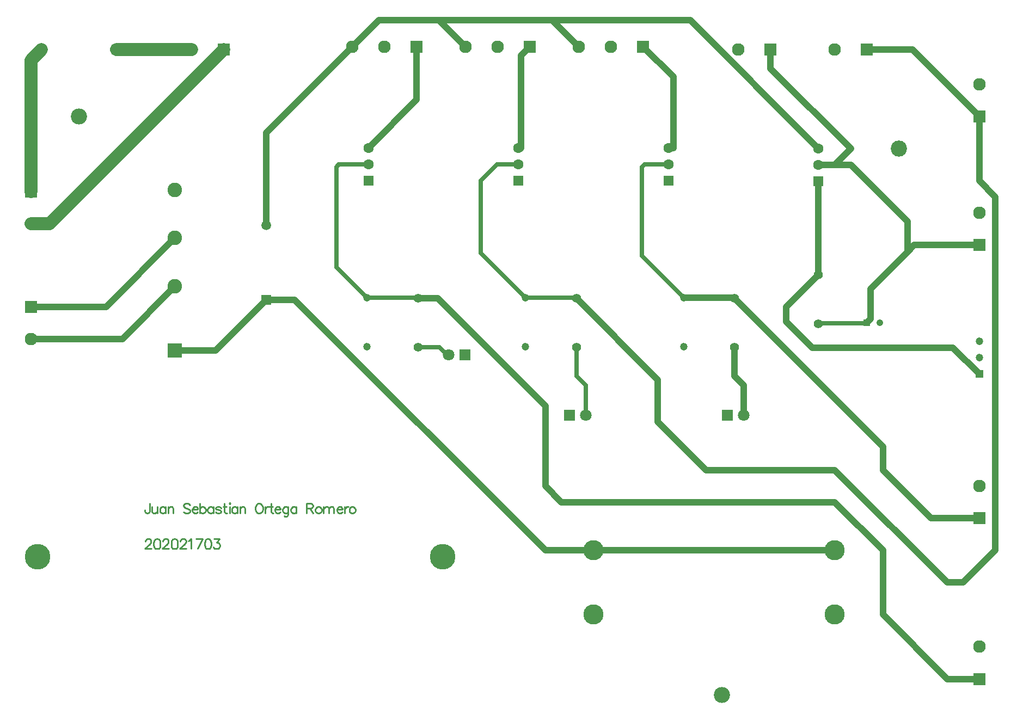
<source format=gtl>
G04*
G04 #@! TF.GenerationSoftware,Altium Limited,Altium Designer,22.8.2 (66)*
G04*
G04 Layer_Physical_Order=1*
G04 Layer_Color=255*
%FSLAX23Y23*%
%MOIN*%
G70*
G04*
G04 #@! TF.SameCoordinates,8AE226B6-A41B-4233-8507-6C7F5843907F*
G04*
G04*
G04 #@! TF.FilePolarity,Positive*
G04*
G01*
G75*
%ADD13C,0.028*%
%ADD14C,0.010*%
%ADD36C,0.039*%
%ADD37C,0.079*%
%ADD38C,0.157*%
%ADD39C,0.123*%
%ADD40O,0.099X0.097*%
%ADD41O,0.099X0.099*%
%ADD42C,0.055*%
%ADD43C,0.063*%
%ADD44R,0.063X0.063*%
%ADD45C,0.071*%
%ADD46R,0.071X0.071*%
%ADD47C,0.047*%
%ADD48R,0.077X0.077*%
%ADD49C,0.077*%
%ADD50R,0.077X0.077*%
%ADD51C,0.059*%
%ADD52R,0.059X0.059*%
%ADD53C,0.089*%
%ADD54R,0.089X0.089*%
%ADD55R,0.059X0.059*%
%ADD56R,0.047X0.047*%
%ADD57R,0.041X0.041*%
%ADD58C,0.041*%
D13*
X4052Y3643D02*
X4199D01*
X4035Y3085D02*
Y3627D01*
X4052Y3643D01*
X3051Y3543D02*
X3151Y3643D01*
X3051Y3099D02*
X3322Y2828D01*
X3151Y3643D02*
X3281D01*
X3051Y3099D02*
Y3543D01*
X2165Y3627D02*
X2181Y3643D01*
X2362D01*
X2165Y3015D02*
Y3627D01*
X5118Y2668D02*
X5120Y2671D01*
X4035Y3085D02*
X4292Y2828D01*
X5120Y2671D02*
X5411D01*
X5413Y2673D01*
X3635Y2347D02*
Y2523D01*
Y2347D02*
X3692Y2289D01*
Y2108D02*
Y2289D01*
X3325Y2826D02*
X3632D01*
X3322Y2828D02*
X3325Y2826D01*
X3632D02*
X3635Y2823D01*
X2795Y2523D02*
X2842Y2476D01*
X2667Y2523D02*
X2795D01*
X2842Y2476D02*
X2854D01*
X2355Y2826D02*
X2665D01*
X2352Y2828D02*
X2355Y2826D01*
X2665D02*
X2667Y2823D01*
X2165Y3015D02*
X2352Y2828D01*
X820Y4346D02*
X838Y4364D01*
X341Y4351D02*
X343Y4349D01*
D14*
X997Y1335D02*
Y1338D01*
X1000Y1344D01*
X1003Y1347D01*
X1009Y1350D01*
X1020D01*
X1026Y1347D01*
X1029Y1344D01*
X1031Y1338D01*
Y1332D01*
X1029Y1327D01*
X1023Y1318D01*
X994Y1290D01*
X1034D01*
X1065Y1350D02*
X1056Y1347D01*
X1051Y1338D01*
X1048Y1324D01*
Y1315D01*
X1051Y1301D01*
X1056Y1292D01*
X1065Y1290D01*
X1071D01*
X1079Y1292D01*
X1085Y1301D01*
X1088Y1315D01*
Y1324D01*
X1085Y1338D01*
X1079Y1347D01*
X1071Y1350D01*
X1065D01*
X1104Y1335D02*
Y1338D01*
X1107Y1344D01*
X1110Y1347D01*
X1115Y1350D01*
X1127D01*
X1133Y1347D01*
X1135Y1344D01*
X1138Y1338D01*
Y1332D01*
X1135Y1327D01*
X1130Y1318D01*
X1101Y1290D01*
X1141D01*
X1172Y1350D02*
X1163Y1347D01*
X1157Y1338D01*
X1155Y1324D01*
Y1315D01*
X1157Y1301D01*
X1163Y1292D01*
X1172Y1290D01*
X1177D01*
X1186Y1292D01*
X1192Y1301D01*
X1194Y1315D01*
Y1324D01*
X1192Y1338D01*
X1186Y1347D01*
X1177Y1350D01*
X1172D01*
X1211Y1335D02*
Y1338D01*
X1214Y1344D01*
X1216Y1347D01*
X1222Y1350D01*
X1234D01*
X1239Y1347D01*
X1242Y1344D01*
X1245Y1338D01*
Y1332D01*
X1242Y1327D01*
X1236Y1318D01*
X1208Y1290D01*
X1248D01*
X1261Y1338D02*
X1267Y1341D01*
X1276Y1350D01*
Y1290D01*
X1345Y1350D02*
X1317Y1290D01*
X1305Y1350D02*
X1345D01*
X1376D02*
X1367Y1347D01*
X1362Y1338D01*
X1359Y1324D01*
Y1315D01*
X1362Y1301D01*
X1367Y1292D01*
X1376Y1290D01*
X1382D01*
X1390Y1292D01*
X1396Y1301D01*
X1399Y1315D01*
Y1324D01*
X1396Y1338D01*
X1390Y1347D01*
X1382Y1350D01*
X1376D01*
X1418D02*
X1449D01*
X1432Y1327D01*
X1441D01*
X1446Y1324D01*
X1449Y1321D01*
X1452Y1312D01*
Y1307D01*
X1449Y1298D01*
X1444Y1292D01*
X1435Y1290D01*
X1426D01*
X1418Y1292D01*
X1415Y1295D01*
X1412Y1301D01*
X1023Y1566D02*
Y1521D01*
X1020Y1512D01*
X1017Y1509D01*
X1011Y1506D01*
X1006D01*
X1000Y1509D01*
X997Y1512D01*
X994Y1521D01*
Y1526D01*
X1038Y1546D02*
Y1518D01*
X1041Y1509D01*
X1047Y1506D01*
X1055D01*
X1061Y1509D01*
X1070Y1518D01*
Y1546D02*
Y1506D01*
X1120Y1546D02*
Y1506D01*
Y1538D02*
X1114Y1544D01*
X1108Y1546D01*
X1100D01*
X1094Y1544D01*
X1088Y1538D01*
X1085Y1529D01*
Y1524D01*
X1088Y1515D01*
X1094Y1509D01*
X1100Y1506D01*
X1108D01*
X1114Y1509D01*
X1120Y1515D01*
X1136Y1546D02*
Y1506D01*
Y1535D02*
X1144Y1544D01*
X1150Y1546D01*
X1159D01*
X1164Y1544D01*
X1167Y1535D01*
Y1506D01*
X1270Y1558D02*
X1264Y1564D01*
X1256Y1566D01*
X1244D01*
X1236Y1564D01*
X1230Y1558D01*
Y1552D01*
X1233Y1546D01*
X1236Y1544D01*
X1241Y1541D01*
X1258Y1535D01*
X1264Y1532D01*
X1267Y1529D01*
X1270Y1524D01*
Y1515D01*
X1264Y1509D01*
X1256Y1506D01*
X1244D01*
X1236Y1509D01*
X1230Y1515D01*
X1283Y1529D02*
X1318D01*
Y1535D01*
X1315Y1541D01*
X1312Y1544D01*
X1306Y1546D01*
X1298D01*
X1292Y1544D01*
X1286Y1538D01*
X1283Y1529D01*
Y1524D01*
X1286Y1515D01*
X1292Y1509D01*
X1298Y1506D01*
X1306D01*
X1312Y1509D01*
X1318Y1515D01*
X1330Y1566D02*
Y1506D01*
Y1538D02*
X1336Y1544D01*
X1342Y1546D01*
X1350D01*
X1356Y1544D01*
X1362Y1538D01*
X1365Y1529D01*
Y1524D01*
X1362Y1515D01*
X1356Y1509D01*
X1350Y1506D01*
X1342D01*
X1336Y1509D01*
X1330Y1515D01*
X1412Y1546D02*
Y1506D01*
Y1538D02*
X1406Y1544D01*
X1400Y1546D01*
X1392D01*
X1386Y1544D01*
X1380Y1538D01*
X1378Y1529D01*
Y1524D01*
X1380Y1515D01*
X1386Y1509D01*
X1392Y1506D01*
X1400D01*
X1406Y1509D01*
X1412Y1515D01*
X1459Y1538D02*
X1456Y1544D01*
X1448Y1546D01*
X1439D01*
X1431Y1544D01*
X1428Y1538D01*
X1431Y1532D01*
X1436Y1529D01*
X1451Y1526D01*
X1456Y1524D01*
X1459Y1518D01*
Y1515D01*
X1456Y1509D01*
X1448Y1506D01*
X1439D01*
X1431Y1509D01*
X1428Y1515D01*
X1480Y1566D02*
Y1518D01*
X1483Y1509D01*
X1489Y1506D01*
X1495D01*
X1472Y1546D02*
X1492D01*
X1509Y1566D02*
X1512Y1564D01*
X1515Y1566D01*
X1512Y1569D01*
X1509Y1566D01*
X1512Y1546D02*
Y1506D01*
X1560Y1546D02*
Y1506D01*
Y1538D02*
X1554Y1544D01*
X1548Y1546D01*
X1540D01*
X1534Y1544D01*
X1528Y1538D01*
X1525Y1529D01*
Y1524D01*
X1528Y1515D01*
X1534Y1509D01*
X1540Y1506D01*
X1548D01*
X1554Y1509D01*
X1560Y1515D01*
X1576Y1546D02*
Y1506D01*
Y1535D02*
X1584Y1544D01*
X1590Y1546D01*
X1598D01*
X1604Y1544D01*
X1607Y1535D01*
Y1506D01*
X1687Y1566D02*
X1681Y1564D01*
X1676Y1558D01*
X1673Y1552D01*
X1670Y1544D01*
Y1529D01*
X1673Y1521D01*
X1676Y1515D01*
X1681Y1509D01*
X1687Y1506D01*
X1698D01*
X1704Y1509D01*
X1710Y1515D01*
X1713Y1521D01*
X1716Y1529D01*
Y1544D01*
X1713Y1552D01*
X1710Y1558D01*
X1704Y1564D01*
X1698Y1566D01*
X1687D01*
X1730Y1546D02*
Y1506D01*
Y1529D02*
X1732Y1538D01*
X1738Y1544D01*
X1744Y1546D01*
X1752D01*
X1766Y1566D02*
Y1518D01*
X1769Y1509D01*
X1775Y1506D01*
X1781D01*
X1758Y1546D02*
X1778D01*
X1789Y1529D02*
X1824D01*
Y1535D01*
X1821Y1541D01*
X1818Y1544D01*
X1812Y1546D01*
X1804D01*
X1798Y1544D01*
X1792Y1538D01*
X1789Y1529D01*
Y1524D01*
X1792Y1515D01*
X1798Y1509D01*
X1804Y1506D01*
X1812D01*
X1818Y1509D01*
X1824Y1515D01*
X1871Y1546D02*
Y1501D01*
X1868Y1492D01*
X1865Y1489D01*
X1859Y1486D01*
X1851D01*
X1845Y1489D01*
X1871Y1538D02*
X1865Y1544D01*
X1859Y1546D01*
X1851D01*
X1845Y1544D01*
X1839Y1538D01*
X1836Y1529D01*
Y1524D01*
X1839Y1515D01*
X1845Y1509D01*
X1851Y1506D01*
X1859D01*
X1865Y1509D01*
X1871Y1515D01*
X1921Y1546D02*
Y1506D01*
Y1538D02*
X1915Y1544D01*
X1909Y1546D01*
X1901D01*
X1895Y1544D01*
X1889Y1538D01*
X1887Y1529D01*
Y1524D01*
X1889Y1515D01*
X1895Y1509D01*
X1901Y1506D01*
X1909D01*
X1915Y1509D01*
X1921Y1515D01*
X1984Y1566D02*
Y1506D01*
Y1566D02*
X2010D01*
X2018Y1564D01*
X2021Y1561D01*
X2024Y1555D01*
Y1549D01*
X2021Y1544D01*
X2018Y1541D01*
X2010Y1538D01*
X1984D01*
X2004D02*
X2024Y1506D01*
X2052Y1546D02*
X2046Y1544D01*
X2040Y1538D01*
X2037Y1529D01*
Y1524D01*
X2040Y1515D01*
X2046Y1509D01*
X2052Y1506D01*
X2060D01*
X2066Y1509D01*
X2072Y1515D01*
X2075Y1524D01*
Y1529D01*
X2072Y1538D01*
X2066Y1544D01*
X2060Y1546D01*
X2052D01*
X2088D02*
Y1506D01*
Y1535D02*
X2096Y1544D01*
X2102Y1546D01*
X2111D01*
X2116Y1544D01*
X2119Y1535D01*
Y1506D01*
Y1535D02*
X2128Y1544D01*
X2133Y1546D01*
X2142D01*
X2148Y1544D01*
X2151Y1535D01*
Y1506D01*
X2169Y1529D02*
X2204D01*
Y1535D01*
X2201Y1541D01*
X2198Y1544D01*
X2192Y1546D01*
X2184D01*
X2178Y1544D01*
X2172Y1538D01*
X2169Y1529D01*
Y1524D01*
X2172Y1515D01*
X2178Y1509D01*
X2184Y1506D01*
X2192D01*
X2198Y1509D01*
X2204Y1515D01*
X2217Y1546D02*
Y1506D01*
Y1529D02*
X2219Y1538D01*
X2225Y1544D01*
X2231Y1546D01*
X2239D01*
X2259D02*
X2253Y1544D01*
X2248Y1538D01*
X2245Y1529D01*
Y1524D01*
X2248Y1515D01*
X2253Y1509D01*
X2259Y1506D01*
X2268D01*
X2273Y1509D01*
X2279Y1515D01*
X2282Y1524D01*
Y1529D01*
X2279Y1538D01*
X2273Y1544D01*
X2268Y1546D01*
X2259D01*
D36*
X5436Y2696D02*
Y2882D01*
X5663Y3108D01*
X5413Y2673D02*
X5436Y2696D01*
X5663Y3108D02*
X5704Y3150D01*
X6102D01*
X5663Y3108D02*
Y3294D01*
X5217Y3642D02*
X5315D01*
X5118D02*
X5217D01*
X5315Y3740D01*
X4823Y4232D02*
X5315Y3740D01*
X6201Y1280D02*
Y3445D01*
X6102Y3543D02*
Y3937D01*
Y3543D02*
X6201Y3445D01*
X3487Y4528D02*
X3651Y4364D01*
X2794Y4528D02*
X3487D01*
X2794D02*
X2957Y4364D01*
X2427Y4528D02*
X2794D01*
X2264Y4364D02*
X2427Y4528D01*
X4332D02*
X5118Y3742D01*
X3487Y4528D02*
X4332D01*
X5693Y4346D02*
X6102Y3937D01*
X5413Y4346D02*
X5693D01*
X4602Y2347D02*
X4660Y2289D01*
X4602Y2347D02*
Y2523D01*
X4660Y2108D02*
Y2289D01*
X5118Y2968D02*
Y3542D01*
X5118Y2968D02*
X5118Y2968D01*
Y3542D02*
X5118Y3542D01*
X5315Y3642D02*
X5663Y3294D01*
X4823Y4232D02*
Y4346D01*
X6004Y1083D02*
X6201Y1280D01*
X5906Y1083D02*
X6004D01*
X5217Y1772D02*
X5906Y1083D01*
X5512Y886D02*
Y1280D01*
Y886D02*
X5906Y492D01*
X5217Y1575D02*
X5512Y1280D01*
Y1772D02*
X5807Y1476D01*
X5512Y1772D02*
Y1914D01*
X5807Y1476D02*
X6102D01*
X4429Y1772D02*
X5217D01*
X4134Y2067D02*
X4429Y1772D01*
X4134Y2067D02*
Y2324D01*
X3635Y2823D02*
X4134Y2324D01*
X4602Y2823D02*
X5512Y1914D01*
X4921Y2681D02*
X5080Y2522D01*
X5940D01*
X6102Y2359D01*
X4921Y2681D02*
Y2771D01*
X5118Y2968D01*
X3543Y1575D02*
X5217D01*
X5906Y492D02*
X6102D01*
X4593Y2828D02*
X4598Y2823D01*
X4292Y2828D02*
X4593D01*
X4598Y2823D02*
X4602D01*
X3445Y1673D02*
Y2165D01*
X2787Y2823D02*
X3445Y2165D01*
Y1673D02*
X3543Y1575D01*
X2667Y2823D02*
X2787D01*
X1911Y2814D02*
X3445Y1280D01*
X3740D01*
X1738Y2814D02*
X1911D01*
X3740Y1280D02*
X5217D01*
X4044Y4364D02*
X4229Y4179D01*
Y3743D02*
Y4179D01*
X3296Y4309D02*
X3351Y4364D01*
X3296Y3743D02*
Y4309D01*
X2657Y4039D02*
Y4364D01*
X2362Y3743D02*
X2657Y4039D01*
X1738Y3838D02*
X2264Y4364D01*
X1738Y3272D02*
Y3838D01*
X1428Y2504D02*
X1738Y2814D01*
X1178Y2504D02*
X1428D01*
X855Y2575D02*
X1178Y2898D01*
X295Y2575D02*
X855D01*
X756Y2771D02*
X1178Y3193D01*
X295Y2771D02*
X756D01*
D37*
X820Y4346D02*
X1280D01*
X410Y3280D02*
X1476Y4346D01*
X295Y3280D02*
X410D01*
X295Y3476D02*
Y4280D01*
X361Y4346D01*
D38*
X2815Y1240D02*
D03*
X335D02*
D03*
D39*
X3740Y1280D02*
D03*
Y886D02*
D03*
X5217Y1280D02*
D03*
Y886D02*
D03*
D40*
X4528Y394D02*
D03*
X591Y3937D02*
D03*
D41*
X5610Y3740D02*
D03*
D42*
X3635Y2523D02*
D03*
Y2823D02*
D03*
X2667Y2523D02*
D03*
Y2823D02*
D03*
X4602Y2523D02*
D03*
Y2823D02*
D03*
X5118Y2668D02*
D03*
Y2968D02*
D03*
D43*
X4199Y3743D02*
D03*
Y3643D02*
D03*
X3281Y3743D02*
D03*
Y3643D02*
D03*
X2362Y3743D02*
D03*
Y3643D02*
D03*
X5118Y3742D02*
D03*
Y3642D02*
D03*
D44*
X4199Y3543D02*
D03*
X3281D02*
D03*
X2362D02*
D03*
X5118Y3542D02*
D03*
D45*
X3692Y2108D02*
D03*
X4660D02*
D03*
X2854Y2476D02*
D03*
D46*
X3592Y2108D02*
D03*
X4560D02*
D03*
X2954Y2476D02*
D03*
D47*
X4292Y2528D02*
D03*
Y2828D02*
D03*
X3322Y2528D02*
D03*
Y2828D02*
D03*
X2352Y2528D02*
D03*
Y2828D02*
D03*
X6102Y2459D02*
D03*
Y2559D02*
D03*
D48*
X5413Y4346D02*
D03*
X4823D02*
D03*
X1476D02*
D03*
X4044Y4364D02*
D03*
X3351D02*
D03*
X2657D02*
D03*
D49*
X5217Y4346D02*
D03*
X4626D02*
D03*
X6102Y1673D02*
D03*
Y689D02*
D03*
Y3346D02*
D03*
X295Y2575D02*
D03*
Y3280D02*
D03*
X1280Y4346D02*
D03*
X3651Y4364D02*
D03*
X3847D02*
D03*
X2957D02*
D03*
X3154D02*
D03*
X2264D02*
D03*
X2461D02*
D03*
X6102Y4134D02*
D03*
D50*
Y1476D02*
D03*
Y492D02*
D03*
Y3150D02*
D03*
X295Y2771D02*
D03*
Y3476D02*
D03*
X6102Y3937D02*
D03*
D51*
X1738Y3272D02*
D03*
X361Y4346D02*
D03*
D52*
X1738Y2814D02*
D03*
D53*
X1178Y3488D02*
D03*
Y3193D02*
D03*
Y2898D02*
D03*
D54*
Y2504D02*
D03*
D55*
X820Y4346D02*
D03*
D56*
X6102Y2359D02*
D03*
D57*
X5413Y2673D02*
D03*
D58*
X5492D02*
D03*
M02*

</source>
